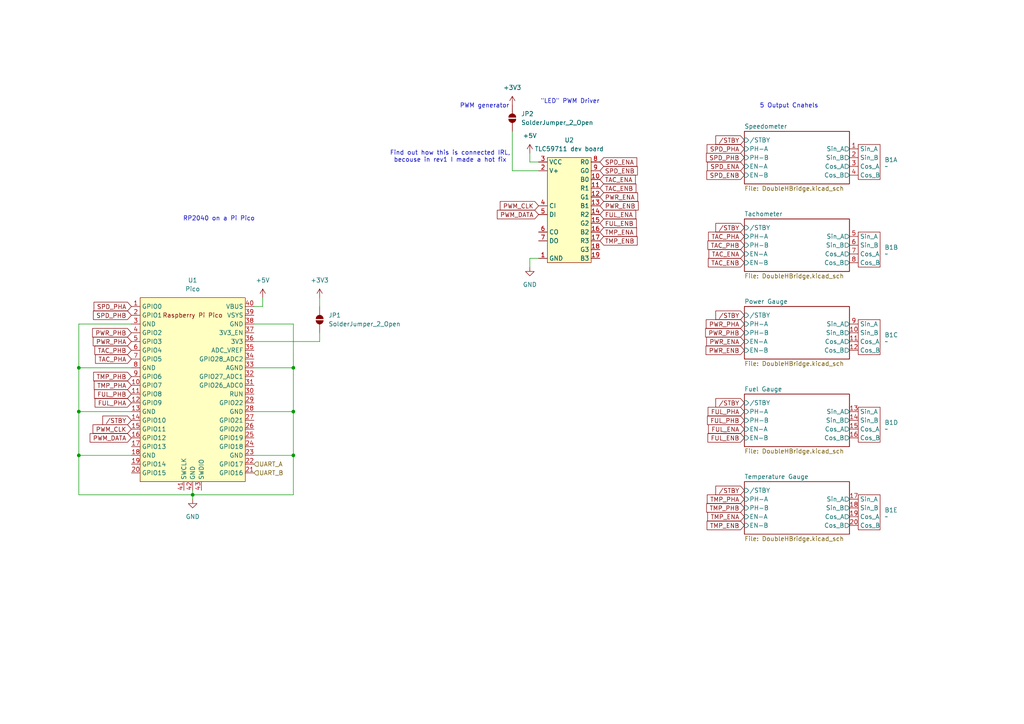
<source format=kicad_sch>
(kicad_sch (version 20231120) (generator "eeschema") (generator_version "8.0")
  (paper "A4")
  (lib_symbols
    (symbol "Driver_LED:ada_TLC59711"
      (property "Reference" "U" (at 0 0 0))
      (property "Value" "TLC59711 dev board" (at 0 -33.02 0))
      (symbol "ada_TLC59711_1_1"
        (rectangle (start -6.35 -1.27) (end 6.35 -31.75) (fill (type background)))
        (pin input line (at -8.89 -30.48 0) (length 2.54) (name "GND") (number "1"))
        (pin output line (at 8.89 -7.62 180) (length 2.54) (name "B0") (number "10"))
        (pin output line (at 8.89 -10.16 180) (length 2.54) (name "R1") (number "11"))
        (pin output line (at 8.89 -12.7 180) (length 2.54) (name "G1") (number "12"))
        (pin output line (at 8.89 -15.24 180) (length 2.54) (name "B1") (number "13"))
        (pin output line (at 8.89 -17.78 180) (length 2.54) (name "R2") (number "14"))
        (pin output line (at 8.89 -20.32 180) (length 2.54) (name "G2") (number "15"))
        (pin output line (at 8.89 -22.86 180) (length 2.54) (name "B2") (number "16"))
        (pin output line (at 8.89 -25.4 180) (length 2.54) (name "R3") (number "17"))
        (pin output line (at 8.89 -27.94 180) (length 2.54) (name "G3") (number "18"))
        (pin output line (at 8.89 -30.48 180) (length 2.54) (name "B3") (number "19"))
        (pin input line (at -8.89 -5.08 0) (length 2.54) (name "V+") (number "2"))
        (pin input line (at -8.89 -2.54 0) (length 2.54) (name "VCC") (number "3"))
        (pin input line (at -8.89 -15.24 0) (length 2.54) (name "CI") (number "4"))
        (pin input line (at -8.89 -17.78 0) (length 2.54) (name "DI") (number "5"))
        (pin output line (at -8.89 -22.86 0) (length 2.54) (name "CO") (number "6"))
        (pin output line (at -8.89 -25.4 0) (length 2.54) (name "DO") (number "7"))
        (pin output line (at 8.89 -2.54 180) (length 2.54) (name "R0") (number "8"))
        (pin output line (at 8.89 -5.08 180) (length 2.54) (name "G0") (number "9"))
      )
    )
    (symbol "Jumper:SolderJumper_2_Open" (pin_numbers hide) (pin_names (offset 0) hide) (exclude_from_sim yes) (in_bom no)
      (property "Reference" "JP" (at 0 2.032 0))
      (property "Value" "SolderJumper_2_Open" (at 0 -2.54 0))
      (symbol "SolderJumper_2_Open_0_1"
        (arc (start -0.254 1.016) (mid -1.2656 0) (end -0.254 -1.016))
        (arc (start -0.254 1.016) (mid -1.2656 0) (end -0.254 -1.016) (fill (type outline)))
        (polyline (pts (xy -0.254 1.016) (xy -0.254 -1.016)))
        (polyline (pts (xy 0.254 1.016) (xy 0.254 -1.016)))
        (arc (start 0.254 -1.016) (mid 1.2656 0) (end 0.254 1.016))
        (arc (start 0.254 -1.016) (mid 1.2656 0) (end 0.254 1.016) (fill (type outline)))
      )
      (symbol "SolderJumper_2_Open_1_1"
        (pin passive line (at -3.81 0 0) (length 2.54) (name "A") (number "1"))
        (pin passive line (at 3.81 0 180) (length 2.54) (name "B") (number "2"))
      )
    )
    (symbol "MCU_RaspberryPi_and_Boards:Pico"
      (property "Reference" "U" (at -13.97 27.94 0))
      (property "Value" "Pico" (at 0 19.05 0))
      (symbol "Pico_0_0"
        (text "Raspberry Pi Pico" (at 0 21.59 0) (effects (font (size 1.27 1.27))))
      )
      (symbol "Pico_0_1"
        (rectangle (start -15.24 26.67) (end 15.24 -26.67) (fill (type background)))
      )
      (symbol "Pico_1_1"
        (pin bidirectional line (at -17.78 24.13 0) (length 2.54) (name "GPIO0") (number "1"))
        (pin bidirectional line (at -17.78 1.27 0) (length 2.54) (name "GPIO7") (number "10"))
        (pin bidirectional line (at -17.78 -1.27 0) (length 2.54) (name "GPIO8") (number "11"))
        (pin bidirectional line (at -17.78 -3.81 0) (length 2.54) (name "GPIO9") (number "12"))
        (pin power_in line (at -17.78 -6.35 0) (length 2.54) (name "GND") (number "13"))
        (pin bidirectional line (at -17.78 -8.89 0) (length 2.54) (name "GPIO10") (number "14"))
        (pin bidirectional line (at -17.78 -11.43 0) (length 2.54) (name "GPIO11") (number "15"))
        (pin bidirectional line (at -17.78 -13.97 0) (length 2.54) (name "GPIO12") (number "16"))
        (pin bidirectional line (at -17.78 -16.51 0) (length 2.54) (name "GPIO13") (number "17"))
        (pin power_in line (at -17.78 -19.05 0) (length 2.54) (name "GND") (number "18"))
        (pin bidirectional line (at -17.78 -21.59 0) (length 2.54) (name "GPIO14") (number "19"))
        (pin bidirectional line (at -17.78 21.59 0) (length 2.54) (name "GPIO1") (number "2"))
        (pin bidirectional line (at -17.78 -24.13 0) (length 2.54) (name "GPIO15") (number "20"))
        (pin bidirectional line (at 17.78 -24.13 180) (length 2.54) (name "GPIO16") (number "21"))
        (pin bidirectional line (at 17.78 -21.59 180) (length 2.54) (name "GPIO17") (number "22"))
        (pin power_in line (at 17.78 -19.05 180) (length 2.54) (name "GND") (number "23"))
        (pin bidirectional line (at 17.78 -16.51 180) (length 2.54) (name "GPIO18") (number "24"))
        (pin bidirectional line (at 17.78 -13.97 180) (length 2.54) (name "GPIO19") (number "25"))
        (pin bidirectional line (at 17.78 -11.43 180) (length 2.54) (name "GPIO20") (number "26"))
        (pin bidirectional line (at 17.78 -8.89 180) (length 2.54) (name "GPIO21") (number "27"))
        (pin power_in line (at 17.78 -6.35 180) (length 2.54) (name "GND") (number "28"))
        (pin bidirectional line (at 17.78 -3.81 180) (length 2.54) (name "GPIO22") (number "29"))
        (pin power_in line (at -17.78 19.05 0) (length 2.54) (name "GND") (number "3"))
        (pin input line (at 17.78 -1.27 180) (length 2.54) (name "RUN") (number "30"))
        (pin bidirectional line (at 17.78 1.27 180) (length 2.54) (name "GPIO26_ADC0") (number "31"))
        (pin bidirectional line (at 17.78 3.81 180) (length 2.54) (name "GPIO27_ADC1") (number "32"))
        (pin power_in line (at 17.78 6.35 180) (length 2.54) (name "AGND") (number "33"))
        (pin bidirectional line (at 17.78 8.89 180) (length 2.54) (name "GPIO28_ADC2") (number "34"))
        (pin power_in line (at 17.78 11.43 180) (length 2.54) (name "ADC_VREF") (number "35"))
        (pin power_in line (at 17.78 13.97 180) (length 2.54) (name "3V3") (number "36"))
        (pin input line (at 17.78 16.51 180) (length 2.54) (name "3V3_EN") (number "37"))
        (pin bidirectional line (at 17.78 19.05 180) (length 2.54) (name "GND") (number "38"))
        (pin power_in line (at 17.78 21.59 180) (length 2.54) (name "VSYS") (number "39"))
        (pin bidirectional line (at -17.78 16.51 0) (length 2.54) (name "GPIO2") (number "4"))
        (pin power_in line (at 17.78 24.13 180) (length 2.54) (name "VBUS") (number "40"))
        (pin input line (at -2.54 -29.21 90) (length 2.54) (name "SWCLK") (number "41"))
        (pin power_in line (at 0 -29.21 90) (length 2.54) (name "GND") (number "42"))
        (pin bidirectional line (at 2.54 -29.21 90) (length 2.54) (name "SWDIO") (number "43"))
        (pin bidirectional line (at -17.78 13.97 0) (length 2.54) (name "GPIO3") (number "5"))
        (pin bidirectional line (at -17.78 11.43 0) (length 2.54) (name "GPIO4") (number "6"))
        (pin bidirectional line (at -17.78 8.89 0) (length 2.54) (name "GPIO5") (number "7"))
        (pin power_in line (at -17.78 6.35 0) (length 2.54) (name "GND") (number "8"))
        (pin bidirectional line (at -17.78 3.81 0) (length 2.54) (name "GPIO6") (number "9"))
      )
    )
    (symbol "Symbols:Backplane" (in_bom no)
      (property "Reference" "B" (at 0 0 0))
      (symbol "Backplane_1_1"
        (rectangle (start 0 -1.27) (end 6.35 -11.43))
        (pin input line (at -2.54 -2.54 0) (length 2.54) (name "Sin_A") (number "1"))
        (pin input line (at -2.54 -5.08 0) (length 2.54) (name "Sin_B") (number "2"))
        (pin input line (at -2.54 -7.62 0) (length 2.54) (name "Cos_A") (number "3"))
        (pin input line (at -2.54 -10.16 0) (length 2.54) (name "Cos_B") (number "4"))
      )
      (symbol "Backplane_2_1"
        (rectangle (start 0 -1.27) (end 6.35 -11.43))
        (pin input line (at -2.54 -2.54 0) (length 2.54) (name "Sin_A") (number "5"))
        (pin input line (at -2.54 -5.08 0) (length 2.54) (name "Sin_B") (number "6"))
        (pin input line (at -2.54 -7.62 0) (length 2.54) (name "Cos_A") (number "7"))
        (pin input line (at -2.54 -10.16 0) (length 2.54) (name "Cos_B") (number "8"))
      )
      (symbol "Backplane_3_1"
        (rectangle (start 0 -1.27) (end 6.35 -11.43))
        (pin input line (at -2.54 -5.08 0) (length 2.54) (name "Sin_B") (number "10"))
        (pin input line (at -2.54 -7.62 0) (length 2.54) (name "Cos_A") (number "11"))
        (pin input line (at -2.54 -10.16 0) (length 2.54) (name "Cos_B") (number "12"))
        (pin input line (at -2.54 -2.54 0) (length 2.54) (name "Sin_A") (number "9"))
      )
      (symbol "Backplane_4_1"
        (rectangle (start 0 -1.27) (end 6.35 -11.43))
        (pin input line (at -2.54 -2.54 0) (length 2.54) (name "Sin_A") (number "13"))
        (pin input line (at -2.54 -5.08 0) (length 2.54) (name "Sin_B") (number "14"))
        (pin input line (at -2.54 -7.62 0) (length 2.54) (name "Cos_A") (number "15"))
        (pin input line (at -2.54 -10.16 0) (length 2.54) (name "Cos_B") (number "16"))
      )
      (symbol "Backplane_5_1"
        (rectangle (start 0 -1.27) (end 6.35 -11.43))
        (pin input line (at -2.54 -2.54 0) (length 2.54) (name "Sin_A") (number "17"))
        (pin input line (at -2.54 -5.08 0) (length 2.54) (name "Sin_B") (number "18"))
        (pin input line (at -2.54 -7.62 0) (length 2.54) (name "Cos_A") (number "19"))
        (pin input line (at -2.54 -10.16 0) (length 2.54) (name "Cos_B") (number "20"))
      )
    )
    (symbol "power:+3V3" (power) (pin_names (offset 0))
      (property "Value" "+3V3" (at 0 3.556 0))
      (symbol "+3V3_0_1"
        (polyline (pts (xy -0.762 1.27) (xy 0 2.54)))
        (polyline (pts (xy 0 0) (xy 0 2.54)))
        (polyline (pts (xy 0 2.54) (xy 0.762 1.27)))
      )
      (symbol "+3V3_1_1"
        (pin power_in line (at 0 0 90) (length 0) hide (name "+3V3") (number "1"))
      )
    )
    (symbol "power:+5V" (power) (pin_names (offset 0))
      (property "Value" "+5V" (at 0 3.556 0))
      (symbol "+5V_0_1"
        (polyline (pts (xy -0.762 1.27) (xy 0 2.54)))
        (polyline (pts (xy 0 0) (xy 0 2.54)))
        (polyline (pts (xy 0 2.54) (xy 0.762 1.27)))
      )
      (symbol "+5V_1_1"
        (pin power_in line (at 0 0 90) (length 0) hide (name "+5V") (number "1"))
      )
    )
    (symbol "power:GND" (power) (pin_names (offset 0))
      (property "Value" "GND" (at 0 -3.81 0))
      (symbol "GND_0_1"
        (polyline (pts (xy 0 0) (xy 0 -1.27) (xy 1.27 -1.27) (xy 0 -2.54) (xy -1.27 -1.27) (xy 0 -1.27)))
      )
      (symbol "GND_1_1"
        (pin power_in line (at 0 0 270) (length 0) hide (name "GND") (number "1"))
      )
    )
  )
  (junction (at 22.86 119.38))
  (junction (at 85.09 106.68))
  (junction (at 22.86 106.68))
  (junction (at 85.09 132.08))
  (junction (at 22.86 132.08))
  (junction (at 85.09 119.38))
  (junction (at 55.88 143.51))
  (wire (pts (xy 22.86 132.08) (xy 22.86 143.51)))
  (wire (pts (xy 38.1 119.38) (xy 22.86 119.38)))
  (wire (pts (xy 22.86 119.38) (xy 22.86 132.08)))
  (wire (pts (xy 148.59 49.53) (xy 156.21 49.53)))
  (wire (pts (xy 156.21 74.93) (xy 153.67 74.93)))
  (wire (pts (xy 73.66 119.38) (xy 85.09 119.38)))
  (wire (pts (xy 85.09 93.98) (xy 85.09 106.68)))
  (wire (pts (xy 22.86 106.68) (xy 22.86 119.38)))
  (wire (pts (xy 73.66 88.9) (xy 76.2 88.9)))
  (wire (pts (xy 73.66 99.06) (xy 92.71 99.06)))
  (wire (pts (xy 85.09 132.08) (xy 85.09 143.51)))
  (wire (pts (xy 92.71 86.36) (xy 92.71 88.9)))
  (wire (pts (xy 38.1 106.68) (xy 22.86 106.68)))
  (wire (pts (xy 22.86 143.51) (xy 55.88 143.51)))
  (wire (pts (xy 73.66 93.98) (xy 85.09 93.98)))
  (wire (pts (xy 76.2 86.36) (xy 76.2 88.9)))
  (wire (pts (xy 55.88 143.51) (xy 55.88 144.78)))
  (wire (pts (xy 148.59 38.1) (xy 148.59 49.53)))
  (wire (pts (xy 73.66 132.08) (xy 85.09 132.08)))
  (wire (pts (xy 153.67 74.93) (xy 153.67 77.47)))
  (wire (pts (xy 22.86 132.08) (xy 38.1 132.08)))
  (wire (pts (xy 55.88 143.51) (xy 85.09 143.51)))
  (wire (pts (xy 153.67 44.45) (xy 153.67 46.99)))
  (wire (pts (xy 73.66 106.68) (xy 85.09 106.68)))
  (wire (pts (xy 38.1 93.98) (xy 22.86 93.98)))
  (wire (pts (xy 92.71 99.06) (xy 92.71 96.52)))
  (wire (pts (xy 55.88 142.24) (xy 55.88 143.51)))
  (wire (pts (xy 22.86 93.98) (xy 22.86 106.68)))
  (wire (pts (xy 153.67 46.99) (xy 156.21 46.99)))
  (wire (pts (xy 85.09 106.68) (xy 85.09 119.38)))
  (wire (pts (xy 85.09 119.38) (xy 85.09 132.08)))
  (text "RP2040 on a Pi Pico" (at 63.5 63.5 0) (effects (font (size 1.27 1.27))))
  (text "Find out how this is connected IRL,\nbecouse in rev1 I made a hot fix" (at 130.556 45.466 0) (effects (font (size 1.27 1.27))))
  (text "5 Output Cnahels" (at 228.854 30.734 0) (effects (font (size 1.27 1.27))))
  (text "\"LED\" PWM Driver" (at 165.354 29.464 0) (effects (font (size 1.27 1.27))))
  (text "PWM generator" (at 133.35 31.496 0) (effects (font (size 1.27 1.27)) (justify left bottom)))
  (global_label "{slash}STBY" (shape input) (at 215.9 142.24 180) (property "Intersheetrefs" "${INTERSHEET_REFS}" (effects (hide yes))))
  (global_label "PWR_ENB" (shape input) (at 215.9 101.6 180) (property "Intersheetrefs" "${INTERSHEET_REFS}" (effects (hide yes))))
  (global_label "TMP_PHB" (shape input) (at 215.9 147.32 180) (property "Intersheetrefs" "${INTERSHEET_REFS}" (effects (hide yes))))
  (global_label "TAC_ENA" (shape input) (at 215.9 73.66 180) (property "Intersheetrefs" "${INTERSHEET_REFS}" (effects (hide yes))))
  (global_label "PWR_PHA" (shape input) (at 38.1 99.06 180) (property "Intersheetrefs" "${INTERSHEET_REFS}" (effects (hide yes))))
  (global_label "{slash}STBY" (shape input) (at 215.9 91.44 180) (property "Intersheetrefs" "${INTERSHEET_REFS}" (effects (hide yes))))
  (global_label "SPD_PHB" (shape input) (at 215.9 45.72 180) (property "Intersheetrefs" "${INTERSHEET_REFS}" (effects (hide yes))))
  (global_label "TMP_PHA" (shape input) (at 38.1 111.76 180) (property "Intersheetrefs" "${INTERSHEET_REFS}" (effects (hide yes))))
  (global_label "SPD_ENA" (shape input) (at 215.9 48.26 180) (property "Intersheetrefs" "${INTERSHEET_REFS}" (effects (hide yes))))
  (global_label "PWM_CLK" (shape input) (at 38.1 124.46 180) (property "Intersheetrefs" "${INTERSHEET_REFS}" (effects (hide yes))))
  (global_label "SPD_PHA" (shape input) (at 215.9 43.18 180) (property "Intersheetrefs" "${INTERSHEET_REFS}" (effects (hide yes))))
  (global_label "TAC_PHA" (shape input) (at 38.1 104.14 180) (property "Intersheetrefs" "${INTERSHEET_REFS}" (effects (hide yes))))
  (global_label "TAC_PHB" (shape input) (at 215.9 71.12 180) (property "Intersheetrefs" "${INTERSHEET_REFS}" (effects (hide yes))))
  (global_label "TAC_ENA" (shape input) (at 173.99 52.07 0) (property "Intersheetrefs" "${INTERSHEET_REFS}" (effects (hide yes))))
  (global_label "{slash}STBY" (shape input) (at 215.9 116.84 180) (property "Intersheetrefs" "${INTERSHEET_REFS}" (effects (hide yes))))
  (global_label "PWM_CLK" (shape input) (at 156.21 59.69 180) (property "Intersheetrefs" "${INTERSHEET_REFS}" (effects (hide yes))))
  (global_label "SPD_PHA" (shape input) (at 38.1 88.9 180) (property "Intersheetrefs" "${INTERSHEET_REFS}" (effects (hide yes))))
  (global_label "SPD_ENB" (shape input) (at 215.9 50.8 180) (property "Intersheetrefs" "${INTERSHEET_REFS}" (effects (hide yes))))
  (global_label "FUL_ENA" (shape input) (at 173.99 62.23 0) (property "Intersheetrefs" "${INTERSHEET_REFS}" (effects (hide yes))))
  (global_label "FUL_PHA" (shape input) (at 38.1 116.84 180) (property "Intersheetrefs" "${INTERSHEET_REFS}" (effects (hide yes))))
  (global_label "PWR_PHB" (shape input) (at 215.9 96.52 180) (property "Intersheetrefs" "${INTERSHEET_REFS}" (effects (hide yes))))
  (global_label "TAC_PHB" (shape input) (at 38.1 101.6 180) (property "Intersheetrefs" "${INTERSHEET_REFS}" (effects (hide yes))))
  (global_label "FUL_PHB" (shape input) (at 38.1 114.3 180) (property "Intersheetrefs" "${INTERSHEET_REFS}" (effects (hide yes))))
  (global_label "SPD_ENA" (shape input) (at 173.99 46.99 0) (property "Intersheetrefs" "${INTERSHEET_REFS}" (effects (hide yes))))
  (global_label "TAC_ENB" (shape input) (at 215.9 76.2 180) (property "Intersheetrefs" "${INTERSHEET_REFS}" (effects (hide yes))))
  (global_label "TMP_PHB" (shape input) (at 38.1 109.22 180) (property "Intersheetrefs" "${INTERSHEET_REFS}" (effects (hide yes))))
  (global_label "TMP_ENA" (shape input) (at 215.9 149.86 180) (property "Intersheetrefs" "${INTERSHEET_REFS}" (effects (hide yes))))
  (global_label "TAC_PHA" (shape input) (at 215.9 68.58 180) (property "Intersheetrefs" "${INTERSHEET_REFS}" (effects (hide yes))))
  (global_label "PWR_ENA" (shape input) (at 215.9 99.06 180) (property "Intersheetrefs" "${INTERSHEET_REFS}" (effects (hide yes))))
  (global_label "TMP_ENB" (shape input) (at 215.9 152.4 180) (property "Intersheetrefs" "${INTERSHEET_REFS}" (effects (hide yes))))
  (global_label "TMP_ENB" (shape input) (at 173.99 69.85 0) (property "Intersheetrefs" "${INTERSHEET_REFS}" (effects (hide yes))))
  (global_label "FUL_ENA" (shape input) (at 215.9 124.46 180) (property "Intersheetrefs" "${INTERSHEET_REFS}" (effects (hide yes))))
  (global_label "PWR_PHB" (shape input) (at 38.1 96.52 180) (property "Intersheetrefs" "${INTERSHEET_REFS}" (effects (hide yes))))
  (global_label "{slash}STBY" (shape input) (at 38.1 121.92 180) (property "Intersheetrefs" "${INTERSHEET_REFS}" (effects (hide yes))))
  (global_label "PWR_ENB" (shape input) (at 173.99 59.69 0) (property "Intersheetrefs" "${INTERSHEET_REFS}" (effects (hide yes))))
  (global_label "{slash}STBY" (shape input) (at 215.9 40.64 180) (property "Intersheetrefs" "${INTERSHEET_REFS}" (effects (hide yes))))
  (global_label "TAC_ENB" (shape input) (at 173.99 54.61 0) (property "Intersheetrefs" "${INTERSHEET_REFS}" (effects (hide yes))))
  (global_label "PWR_ENA" (shape input) (at 173.99 57.15 0) (property "Intersheetrefs" "${INTERSHEET_REFS}" (effects (hide yes))))
  (global_label "FUL_PHB" (shape input) (at 215.9 121.92 180) (property "Intersheetrefs" "${INTERSHEET_REFS}" (effects (hide yes))))
  (global_label "SPD_ENB" (shape input) (at 173.99 49.53 0) (property "Intersheetrefs" "${INTERSHEET_REFS}" (effects (hide yes))))
  (global_label "FUL_PHA" (shape input) (at 215.9 119.38 180) (property "Intersheetrefs" "${INTERSHEET_REFS}" (effects (hide yes))))
  (global_label "PWM_DATA" (shape input) (at 38.1 127 180) (property "Intersheetrefs" "${INTERSHEET_REFS}" (effects (hide yes))))
  (global_label "FUL_ENB" (shape input) (at 215.9 127 180) (property "Intersheetrefs" "${INTERSHEET_REFS}" (effects (hide yes))))
  (global_label "TMP_PHA" (shape input) (at 215.9 144.78 180) (property "Intersheetrefs" "${INTERSHEET_REFS}" (effects (hide yes))))
  (global_label "PWR_PHA" (shape input) (at 215.9 93.98 180) (property "Intersheetrefs" "${INTERSHEET_REFS}" (effects (hide yes))))
  (global_label "TMP_ENA" (shape input) (at 173.99 67.31 0) (property "Intersheetrefs" "${INTERSHEET_REFS}" (effects (hide yes))))
  (global_label "SPD_PHB" (shape input) (at 38.1 91.44 180) (property "Intersheetrefs" "${INTERSHEET_REFS}" (effects (hide yes))))
  (global_label "FUL_ENB" (shape input) (at 173.99 64.77 0) (property "Intersheetrefs" "${INTERSHEET_REFS}" (effects (hide yes))))
  (global_label "{slash}STBY" (shape input) (at 215.9 66.04 180) (property "Intersheetrefs" "${INTERSHEET_REFS}" (effects (hide yes))))
  (global_label "PWM_DATA" (shape input) (at 156.21 62.23 180) (property "Intersheetrefs" "${INTERSHEET_REFS}" (effects (hide yes))))
  (hierarchical_label "UART_B" (shape input) (at 73.66 137.16 0))
  (hierarchical_label "UART_A" (shape input) (at 73.66 134.62 0))
  (symbol (lib_id "power:+5V") (at 153.67 44.45 0) (unit 1)
    (property "Reference" "#PWR04" (effects (hide yes)))
    (property "Value" "+5V" (at 153.67 39.37 0))
  )
  (symbol (lib_id "Symbols:Backplane") (at 248.92 116.84 0) (unit 4) (in_bom no)
    (property "Reference" "B1" (at 256.54 122.5549 0) (effects (justify left)))
    (property "Value" "~" (at 256.54 124.46 0) (effects (justify left)))
    (property "Footprint" "Library:Backplane" (effects (hide yes)))
  )
  (symbol (lib_id "MCU_RaspberryPi_and_Boards:Pico") (at 55.88 113.03 0) (unit 1)
    (property "Reference" "U1" (at 55.88 81.28 0))
    (property "Value" "Pico" (at 55.88 83.82 0))
    (property "Footprint" "MCU_RaspberryPi_and_Boards:RPi_Pico_SMD_TH" (effects (hide yes)))
  )
  (symbol (lib_id "power:GND") (at 55.88 144.78 0) (unit 1)
    (property "Reference" "#PWR01" (effects (hide yes)))
    (property "Value" "GND" (at 55.88 149.86 0))
  )
  (symbol (lib_id "Symbols:Backplane") (at 248.92 40.64 0) (unit 1) (in_bom no)
    (property "Reference" "B1" (at 256.54 46.3549 0) (effects (justify left)))
    (property "Value" "~" (at 256.54 48.26 0) (effects (justify left)))
    (property "Footprint" "Library:Backplane" (effects (hide yes)))
  )
  (symbol (lib_id "power:+3V3") (at 92.71 86.36 0) (unit 1)
    (property "Reference" "#PWR03" (effects (hide yes)))
    (property "Value" "+3V3" (at 92.71 81.28 0))
  )
  (symbol (lib_id "Jumper:SolderJumper_2_Open") (at 148.59 34.29 90) (unit 1) (exclude_from_sim yes) (in_bom no)
    (property "Reference" "JP2" (at 151.13 33.0199 90) (effects (justify right)))
    (property "Value" "SolderJumper_2_Open" (at 151.13 35.5599 90) (effects (justify right)))
    (property "Footprint" "Jumper:SolderJumper-2_P1.3mm_Open_TrianglePad1.0x1.5mm" (effects (hide yes)))
    (property "Description" "Solder Jumper, 2-pole, open" (effects (hide yes)))
  )
  (symbol (lib_id "power:+5V") (at 76.2 86.36 0) (unit 1)
    (property "Reference" "#PWR02" (effects (hide yes)))
    (property "Value" "+5V" (at 76.2 81.28 0))
  )
  (symbol (lib_id "Symbols:Backplane") (at 248.92 66.04 0) (unit 2) (in_bom no)
    (property "Reference" "B1" (at 256.54 71.7549 0) (effects (justify left)))
    (property "Value" "~" (at 256.54 73.66 0) (effects (justify left)))
    (property "Footprint" "Library:Backplane" (effects (hide yes)))
  )
  (symbol (lib_id "power:+3V3") (at 148.59 30.48 0) (unit 1)
    (property "Reference" "#PWR05" (effects (hide yes)))
    (property "Value" "+3V3" (at 148.59 25.4 0))
  )
  (symbol (lib_id "Driver_LED:ada_TLC59711") (at 165.1 44.45 0) (unit 1)
    (property "Reference" "U2" (at 165.1 40.64 0))
    (property "Value" "TLC59711 dev board" (at 165.1 43.18 0))
    (property "Footprint" "Library:Adafruit TLC59711" (effects (hide yes)))
    (property "Datasheet" "https://www.kiwi-electronics.com/nl/adafruit-12-kanaals-16-bit-pwm-led-driver-spi-interface-tlc59711-853" (effects (hide yes)))
  )
  (symbol (lib_id "Symbols:Backplane") (at 248.92 91.44 0) (unit 3) (in_bom no)
    (property "Reference" "B1" (at 256.54 97.1549 0) (effects (justify left)))
    (property "Value" "~" (at 256.54 99.06 0) (effects (justify left)))
    (property "Footprint" "Library:Backplane" (effects (hide yes)))
  )
  (symbol (lib_id "Symbols:Backplane") (at 248.92 142.24 0) (unit 5) (in_bom no)
    (property "Reference" "B1" (at 256.54 147.9549 0) (effects (justify left)))
    (property "Value" "~" (at 256.54 149.86 0) (effects (justify left)))
    (property "Footprint" "Library:Backplane" (effects (hide yes)))
  )
  (symbol (lib_id "power:GND") (at 153.67 77.47 0) (unit 1)
    (property "Reference" "#PWR06" (effects (hide yes)))
    (property "Value" "GND" (at 153.67 82.55 0))
  )
  (symbol (lib_id "Jumper:SolderJumper_2_Open") (at 92.71 92.71 90) (unit 1) (exclude_from_sim yes) (in_bom no)
    (property "Reference" "JP1" (at 95.25 91.4399 90) (effects (justify right)))
    (property "Value" "SolderJumper_2_Open" (at 95.25 93.9799 90) (effects (justify right)))
    (property "Footprint" "Jumper:SolderJumper-2_P1.3mm_Open_TrianglePad1.0x1.5mm" (effects (hide yes)))
    (property "Description" "Solder Jumper, 2-pole, open" (effects (hide yes)))
  )
  (sheet (at 215.9 139.7) (size 30.48 15.24) (stroke (width 0.1524))
    (property "Sheetname" "Temperature Gauge" (at 215.9 138.9884 0) (effects (justify left bottom)))
    (property "Sheetfile" "DoubleHBridge.kicad_sch" (at 215.9 155.5246 0) (effects (justify left top)))
    (pin "PH-A" input (at 215.9 144.78 180))
    (pin "EN-A" input (at 215.9 149.86 180))
    (pin "EN-B" input (at 215.9 152.4 180))
    (pin "PH-B" input (at 215.9 147.32 180))
    (pin "{slash}STBY" input (at 215.9 142.24 180))
    (pin "Sin_A" output (at 246.38 144.78 0))
    (pin "Sin_B" output (at 246.38 147.32 0))
    (pin "Cos_A" output (at 246.38 149.86 0))
    (pin "Cos_B" output (at 246.38 152.4 0))
  )
  (sheet (at 215.9 63.5) (size 30.48 15.24) (stroke (width 0.1524))
    (property "Sheetname" "Tachometer" (at 215.9 62.7884 0) (effects (justify left bottom)))
    (property "Sheetfile" "DoubleHBridge.kicad_sch" (at 215.9 79.3246 0) (effects (justify left top)))
    (pin "PH-A" input (at 215.9 68.58 180))
    (pin "EN-A" input (at 215.9 73.66 180))
    (pin "EN-B" input (at 215.9 76.2 180))
    (pin "PH-B" input (at 215.9 71.12 180))
    (pin "{slash}STBY" input (at 215.9 66.04 180))
    (pin "Sin_A" output (at 246.38 68.58 0))
    (pin "Sin_B" output (at 246.38 71.12 0))
    (pin "Cos_A" output (at 246.38 73.66 0))
    (pin "Cos_B" output (at 246.38 76.2 0))
  )
  (sheet (at 215.9 88.9) (size 30.48 15.24) (stroke (width 0.1524))
    (property "Sheetname" "Power Gauge" (at 215.9 88.1884 0) (effects (justify left bottom)))
    (property "Sheetfile" "DoubleHBridge.kicad_sch" (at 215.9 104.7246 0) (effects (justify left top)))
    (pin "PH-A" input (at 215.9 93.98 180))
    (pin "EN-A" input (at 215.9 99.06 180))
    (pin "EN-B" input (at 215.9 101.6 180))
    (pin "PH-B" input (at 215.9 96.52 180))
    (pin "{slash}STBY" input (at 215.9 91.44 180))
    (pin "Sin_A" output (at 246.38 93.98 0))
    (pin "Sin_B" output (at 246.38 96.52 0))
    (pin "Cos_A" output (at 246.38 99.06 0))
    (pin "Cos_B" output (at 246.38 101.6 0))
  )
  (sheet (at 215.9 114.3) (size 30.48 15.24) (stroke (width 0.1524))
    (property "Sheetname" "Fuel Gauge" (at 215.9 113.5884 0) (effects (justify left bottom)))
    (property "Sheetfile" "DoubleHBridge.kicad_sch" (at 215.9 130.1246 0) (effects (justify left top)))
    (pin "PH-A" input (at 215.9 119.38 180))
    (pin "EN-A" input (at 215.9 124.46 180))
    (pin "EN-B" input (at 215.9 127 180))
    (pin "PH-B" input (at 215.9 121.92 180))
    (pin "{slash}STBY" input (at 215.9 116.84 180))
    (pin "Sin_A" output (at 246.38 119.38 0))
    (pin "Sin_B" output (at 246.38 121.92 0))
    (pin "Cos_A" output (at 246.38 124.46 0))
    (pin "Cos_B" output (at 246.38 127 0))
  )
  (sheet (at 215.9 38.1) (size 30.48 15.24) (stroke (width 0.1524))
    (property "Sheetname" "Speedometer" (at 215.9 37.3884 0) (effects (justify left bottom)))
    (property "Sheetfile" "DoubleHBridge.kicad_sch" (at 215.9 53.9246 0) (effects (justify left top)))
    (pin "PH-A" input (at 215.9 43.18 180))
    (pin "EN-A" input (at 215.9 48.26 180))
    (pin "EN-B" input (at 215.9 50.8 180))
    (pin "PH-B" input (at 215.9 45.72 180))
    (pin "{slash}STBY" input (at 215.9 40.64 180))
    (pin "Sin_A" output (at 246.38 43.18 0))
    (pin "Sin_B" output (at 246.38 45.72 0))
    (pin "Cos_A" output (at 246.38 48.26 0))
    (pin "Cos_B" output (at 246.38 50.8 0))
  )
)
</source>
